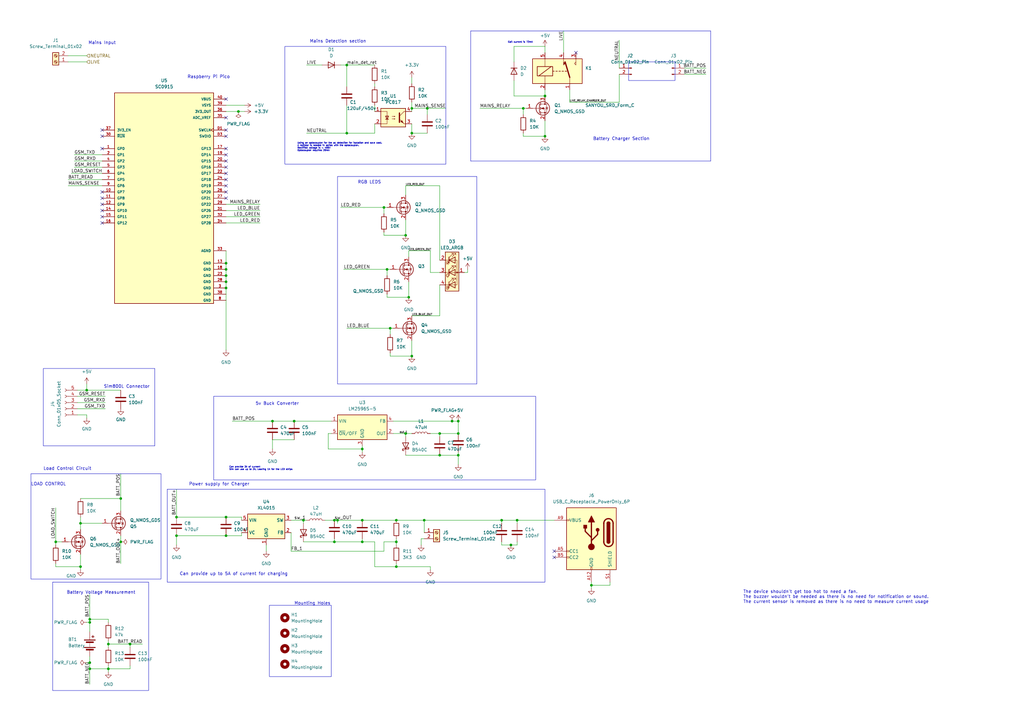
<source format=kicad_sch>
(kicad_sch (version 20230121) (generator eeschema)
  (paper "A3")
  (title_block (title "Stool Design") (date "2024-01-15") (company "PowerLabsTEch"))
  (junction (at 120.65 172.72))
  (junction (at 166.37 96.52))
  (junction (at 148.59 222.25))
  (junction (at 142.24 26.67))
  (junction (at 175.26 44.45))
  (junction (at 242.57 240.03))
  (junction (at 92.71 113.03))
  (junction (at 160.02 134.62))
  (junction (at 185.42 172.72))
  (junction (at 168.91 146.05))
  (junction (at 137.16 222.25))
  (junction (at 33.02 232.41))
  (junction (at 223.52 55.88))
  (junction (at 180.34 177.8))
  (junction (at 137.16 213.36))
  (junction (at 92.71 115.57))
  (junction (at 148.59 213.36))
  (junction (at 162.56 213.36))
  (junction (at 167.64 121.92))
  (junction (at 223.52 39.37))
  (junction (at 205.74 213.36))
  (junction (at 35.56 160.02))
  (junction (at 53.34 264.16))
  (junction (at 180.34 186.69))
  (junction (at 166.37 177.8))
  (junction (at 92.71 110.49))
  (junction (at 92.71 118.11))
  (junction (at 49.53 222.25))
  (junction (at 162.56 232.41))
  (junction (at 168.91 44.45))
  (junction (at 168.91 54.61))
  (junction (at 173.99 213.36))
  (junction (at 212.09 213.36))
  (junction (at 92.71 212.09))
  (junction (at 142.24 54.61))
  (junction (at 111.76 172.72))
  (junction (at 162.56 222.25))
  (junction (at 187.96 172.72))
  (junction (at 22.86 222.25))
  (junction (at 36.83 274.32))
  (junction (at 33.02 214.63))
  (junction (at 49.53 204.47))
  (junction (at 187.96 177.8))
  (junction (at 209.55 223.52))
  (junction (at 36.83 255.27))
  (junction (at 187.96 186.69))
  (junction (at 44.45 264.16))
  (junction (at 44.45 274.32))
  (junction (at 36.83 254))
  (junction (at 92.71 107.95))
  (junction (at 214.63 44.45))
  (junction (at 124.46 213.36))
  (junction (at 138.43 213.36))
  (junction (at 92.71 219.71))
  (junction (at 72.39 219.71))
  (junction (at 158.75 110.49))
  (junction (at 36.83 271.78))
  (junction (at 72.39 212.09))
  (junction (at 97.79 45.72))
  (junction (at 157.48 85.09))
  (junction (at 148.59 184.15))
  (no_connect (at 41.91 83.82))
  (no_connect (at 92.71 53.34))
  (no_connect (at 92.71 63.5))
  (no_connect (at 41.91 86.36))
  (no_connect (at 41.91 53.34))
  (no_connect (at 92.71 48.26))
  (no_connect (at 92.71 55.88))
  (no_connect (at 92.71 76.2))
  (no_connect (at 92.71 78.74))
  (no_connect (at 236.22 21.59))
  (no_connect (at 92.71 40.64))
  (no_connect (at 227.33 228.6))
  (no_connect (at 41.91 78.74))
  (no_connect (at 92.71 66.04))
  (no_connect (at 227.33 226.06))
  (no_connect (at 92.71 81.28))
  (no_connect (at 92.71 68.58))
  (no_connect (at 41.91 81.28))
  (no_connect (at 41.91 55.88))
  (no_connect (at 92.71 71.12))
  (no_connect (at 92.71 60.96))
  (no_connect (at 92.71 73.66))
  (no_connect (at 41.91 88.9))
  (no_connect (at 41.91 60.96))
  (no_connect (at 41.91 91.44))
  (wire (pts (xy 168.91 44.45) (xy 175.26 44.45)))
  (wire (pts (xy 214.63 44.45) (xy 214.63 46.99)))
  (wire (pts (xy 210.82 33.02) (xy 210.82 39.37)))
  (wire (pts (xy 157.48 226.06) (xy 157.48 222.25)))
  (wire (pts (xy 162.56 220.98) (xy 162.56 222.25)))
  (wire (pts (xy 157.48 222.25) (xy 162.56 222.25)))
  (wire (pts (xy 212.09 213.36) (xy 227.33 213.36)))
  (wire (pts (xy 214.63 55.88) (xy 223.52 55.88)))
  (wire (pts (xy 36.83 243.84) (xy 36.83 254)))
  (wire (pts (xy 33.02 227.33) (xy 33.02 232.41)))
  (polyline (pts (xy 193.04 66.04) (xy 291.465 66.04)))
  (wire (pts (xy 44.45 254) (xy 36.83 254)))
  (wire (pts (xy 36.83 254) (xy 36.83 255.27)))
  (wire (pts (xy 210.82 19.05) (xy 223.52 19.05)))
  (wire (pts (xy 124.46 213.36) (xy 125.73 213.36)))
  (wire (pts (xy 119.38 226.06) (xy 157.48 226.06)))
  (wire (pts (xy 92.71 107.95) (xy 92.71 110.49)))
  (wire (pts (xy 35.56 157.48) (xy 35.56 160.02)))
  (wire (pts (xy 162.56 213.36) (xy 173.99 213.36)))
  (wire (pts (xy 214.63 44.45) (xy 215.9 44.45)))
  (wire (pts (xy 92.71 91.44) (xy 106.68 91.44)))
  (wire (pts (xy 22.86 222.25) (xy 25.4 222.25)))
  (wire (pts (xy 212.09 213.36) (xy 212.09 214.63)))
  (wire (pts (xy 31.75 165.1) (xy 43.18 165.1)))
  (wire (pts (xy 160.02 144.78) (xy 160.02 146.05)))
  (wire (pts (xy 44.45 262.89) (xy 44.45 264.16)))
  (wire (pts (xy 242.57 240.03) (xy 242.57 241.3)))
  (wire (pts (xy 166.37 186.69) (xy 180.34 186.69)))
  (wire (pts (xy 172.72 223.52) (xy 172.72 220.98)))
  (wire (pts (xy 185.42 172.72) (xy 187.96 172.72)))
  (wire (pts (xy 142.24 54.61) (xy 153.67 54.61)))
  (wire (pts (xy 175.26 44.45) (xy 175.26 46.99)))
  (wire (pts (xy 36.83 274.32) (xy 44.45 274.32)))
  (wire (pts (xy 138.43 213.36) (xy 138.43 214.63)))
  (wire (pts (xy 72.39 219.71) (xy 92.71 219.71)))
  (wire (pts (xy 111.76 180.34) (xy 111.76 184.15)))
  (wire (pts (xy 166.37 177.8) (xy 166.37 179.07)))
  (wire (pts (xy 153.67 43.18) (xy 153.67 45.72)))
  (wire (pts (xy 142.24 43.18) (xy 142.24 54.61)))
  (wire (pts (xy 72.39 212.09) (xy 92.71 212.09)))
  (wire (pts (xy 53.34 264.16) (xy 53.34 265.43)))
  (wire (pts (xy 162.56 231.14) (xy 162.56 232.41)))
  (wire (pts (xy 162.56 232.41) (xy 153.67 232.41)))
  (wire (pts (xy 191.77 111.76) (xy 191.77 110.49)))
  (wire (pts (xy 27.94 22.86) (xy 35.56 22.86)))
  (wire (pts (xy 124.46 213.36) (xy 124.46 214.63)))
  (wire (pts (xy 168.91 129.54) (xy 180.34 129.54)))
  (wire (pts (xy 92.71 88.9) (xy 106.68 88.9)))
  (wire (pts (xy 153.67 34.29) (xy 153.67 35.56)))
  (wire (pts (xy 111.76 180.34) (xy 120.65 180.34)))
  (wire (pts (xy 158.75 110.49) (xy 160.02 110.49)))
  (wire (pts (xy 33.02 214.63) (xy 41.91 214.63)))
  (wire (pts (xy 205.74 214.63) (xy 205.74 213.36)))
  (wire (pts (xy 223.52 36.83) (xy 223.52 39.37)))
  (wire (pts (xy 92.71 113.03) (xy 92.71 115.57)))
  (wire (pts (xy 99.06 218.44) (xy 99.06 219.71)))
  (wire (pts (xy 168.91 54.61) (xy 175.26 54.61)))
  (wire (pts (xy 41.91 63.5) (xy 30.48 63.5)))
  (wire (pts (xy 157.48 85.09) (xy 157.48 87.63)))
  (wire (pts (xy 31.75 170.18) (xy 35.56 170.18)))
  (wire (pts (xy 187.96 185.42) (xy 187.96 186.69)))
  (wire (pts (xy 119.38 213.36) (xy 124.46 213.36)))
  (wire (pts (xy 95.25 172.72) (xy 111.76 172.72)))
  (wire (pts (xy 148.59 222.25) (xy 153.67 222.25)))
  (wire (pts (xy 167.64 102.87) (xy 176.53 102.87)))
  (wire (pts (xy 168.91 31.75) (xy 168.91 34.29)))
  (wire (pts (xy 44.45 275.59) (xy 44.45 274.32)))
  (wire (pts (xy 49.53 204.47) (xy 49.53 209.55)))
  (wire (pts (xy 166.37 90.17) (xy 166.37 96.52)))
  (wire (pts (xy 49.53 222.25) (xy 49.53 231.14)))
  (wire (pts (xy 97.79 45.72) (xy 92.71 45.72)))
  (wire (pts (xy 223.52 19.05) (xy 223.52 21.59)))
  (wire (pts (xy 142.24 134.62) (xy 160.02 134.62)))
  (wire (pts (xy 242.57 238.76) (xy 242.57 240.03)))
  (wire (pts (xy 176.53 232.41) (xy 176.53 233.68)))
  (wire (pts (xy 180.34 177.8) (xy 180.34 179.07)))
  (wire (pts (xy 44.45 254) (xy 44.45 255.27)))
  (wire (pts (xy 148.59 213.36) (xy 162.56 213.36)))
  (wire (pts (xy 187.96 172.72) (xy 187.96 177.8)))
  (wire (pts (xy 35.56 255.27) (xy 36.83 255.27)))
  (wire (pts (xy 53.34 273.05) (xy 53.34 274.32)))
  (wire (pts (xy 223.52 49.53) (xy 223.52 55.88)))
  (wire (pts (xy 153.67 50.8) (xy 153.67 54.61)))
  (wire (pts (xy 92.71 118.11) (xy 92.71 143.51)))
  (wire (pts (xy 180.34 177.8) (xy 187.96 177.8)))
  (wire (pts (xy 33.02 204.47) (xy 49.53 204.47)))
  (wire (pts (xy 250.19 238.76) (xy 250.19 240.03)))
  (wire (pts (xy 22.86 232.41) (xy 33.02 232.41)))
  (wire (pts (xy 196.85 44.45) (xy 214.63 44.45)))
  (wire (pts (xy 160.02 134.62) (xy 161.29 134.62)))
  (wire (pts (xy 92.71 219.71) (xy 99.06 219.71)))
  (wire (pts (xy 212.09 222.25) (xy 212.09 223.52)))
  (wire (pts (xy 53.34 264.16) (xy 44.45 264.16)))
  (wire (pts (xy 210.82 39.37) (xy 223.52 39.37)))
  (wire (pts (xy 111.76 172.72) (xy 120.65 172.72)))
  (wire (pts (xy 250.19 240.03) (xy 242.57 240.03)))
  (wire (pts (xy 41.91 71.12) (xy 29.21 71.12)))
  (wire (pts (xy 33.02 217.17) (xy 33.02 214.63)))
  (wire (pts (xy 168.91 139.7) (xy 168.91 146.05)))
  (wire (pts (xy 160.02 146.05) (xy 168.91 146.05)))
  (wire (pts (xy 119.38 218.44) (xy 119.38 226.06)))
  (wire (pts (xy 175.26 44.45) (xy 182.88 44.45)))
  (wire (pts (xy 167.64 115.57) (xy 167.64 121.92)))
  (wire (pts (xy 58.42 264.16) (xy 53.34 264.16)))
  (polyline (pts (xy 193.04 12.7) (xy 193.04 66.04)))
  (wire (pts (xy 205.74 213.36) (xy 212.09 213.36)))
  (wire (pts (xy 167.64 105.41) (xy 167.64 102.87)))
  (wire (pts (xy 140.97 110.49) (xy 158.75 110.49)))
  (wire (pts (xy 92.71 110.49) (xy 92.71 113.03)))
  (wire (pts (xy 135.89 177.8) (xy 134.62 177.8)))
  (wire (pts (xy 166.37 177.8) (xy 168.91 177.8)))
  (wire (pts (xy 125.73 54.61) (xy 142.24 54.61)))
  (wire (pts (xy 92.71 83.82) (xy 106.68 83.82)))
  (wire (pts (xy 92.71 43.18) (xy 100.33 43.18)))
  (wire (pts (xy 148.59 182.88) (xy 148.59 184.15)))
  (wire (pts (xy 161.29 172.72) (xy 185.42 172.72)))
  (wire (pts (xy 158.75 110.49) (xy 158.75 113.03)))
  (wire (pts (xy 173.99 213.36) (xy 173.99 218.44)))
  (wire (pts (xy 33.02 212.09) (xy 33.02 214.63)))
  (wire (pts (xy 158.75 121.92) (xy 167.64 121.92)))
  (wire (pts (xy 168.91 44.45) (xy 168.91 45.72)))
  (wire (pts (xy 148.59 222.25) (xy 148.59 220.98)))
  (wire (pts (xy 173.99 213.36) (xy 205.74 213.36)))
  (wire (pts (xy 92.71 115.57) (xy 92.71 118.11)))
  (wire (pts (xy 142.24 26.67) (xy 153.67 26.67)))
  (wire (pts (xy 31.75 162.56) (xy 43.18 162.56)))
  (wire (pts (xy 180.34 116.84) (xy 180.34 129.54)))
  (wire (pts (xy 27.94 76.2) (xy 41.91 76.2)))
  (wire (pts (xy 35.56 170.18) (xy 35.56 171.45)))
  (wire (pts (xy 92.71 212.09) (xy 99.06 212.09)))
  (wire (pts (xy 166.37 76.2) (xy 180.34 76.2)))
  (wire (pts (xy 160.02 134.62) (xy 160.02 137.16)))
  (wire (pts (xy 36.83 274.32) (xy 36.83 280.67)))
  (wire (pts (xy 231.14 21.59) (xy 231.14 12.7)))
  (wire (pts (xy 49.53 194.31) (xy 49.53 204.47)))
  (wire (pts (xy 41.91 73.66) (xy 27.94 73.66)))
  (wire (pts (xy 233.68 41.91) (xy 254 41.91)))
  (wire (pts (xy 139.7 26.67) (xy 142.24 26.67)))
  (wire (pts (xy 36.83 255.27) (xy 36.83 259.08)))
  (wire (pts (xy 254 16.51) (xy 254 27.94)))
  (wire (pts (xy 133.35 213.36) (xy 137.16 213.36)))
  (wire (pts (xy 49.53 160.02) (xy 35.56 160.02)))
  (wire (pts (xy 210.82 25.4) (xy 210.82 19.05)))
  (wire (pts (xy 153.67 232.41) (xy 153.67 222.25)))
  (wire (pts (xy 172.72 220.98) (xy 173.99 220.98)))
  (wire (pts (xy 157.48 95.25) (xy 157.48 96.52)))
  (wire (pts (xy 36.83 269.24) (xy 36.83 271.78)))
  (wire (pts (xy 205.74 223.52) (xy 209.55 223.52)))
  (wire (pts (xy 137.16 222.25) (xy 148.59 222.25)))
  (wire (pts (xy 280.67 27.94) (xy 289.56 27.94)))
  (wire (pts (xy 166.37 80.01) (xy 166.37 76.2)))
  (wire (pts (xy 190.5 111.76) (xy 191.77 111.76)))
  (wire (pts (xy 99.06 213.36) (xy 99.06 212.09)))
  (wire (pts (xy 92.71 102.87) (xy 92.71 107.95)))
  (wire (pts (xy 157.48 96.52) (xy 166.37 96.52)))
  (wire (pts (xy 125.73 26.67) (xy 132.08 26.67)))
  (wire (pts (xy 139.7 85.09) (xy 157.48 85.09)))
  (wire (pts (xy 31.75 167.64) (xy 43.18 167.64)))
  (wire (pts (xy 161.29 177.8) (xy 166.37 177.8)))
  (wire (pts (xy 205.74 222.25) (xy 205.74 223.52)))
  (wire (pts (xy 187.96 186.69) (xy 187.96 190.5)))
  (wire (pts (xy 142.24 26.67) (xy 142.24 35.56)))
  (wire (pts (xy 92.71 86.36) (xy 106.68 86.36)))
  (wire (pts (xy 124.46 222.25) (xy 137.16 222.25)))
  (wire (pts (xy 148.59 184.15) (xy 148.59 185.42)))
  (wire (pts (xy 168.91 50.8) (xy 168.91 54.61)))
  (wire (pts (xy 31.75 160.02) (xy 35.56 160.02)))
  (polyline (pts (xy 291.465 66.04) (xy 291.465 12.7)))
  (wire (pts (xy 134.62 177.8) (xy 134.62 184.15)))
  (wire (pts (xy 44.45 264.16) (xy 44.45 265.43)))
  (wire (pts (xy 180.34 106.68) (xy 180.34 76.2)))
  (wire (pts (xy 214.63 54.61) (xy 214.63 55.88)))
  (wire (pts (xy 233.68 36.83) (xy 233.68 41.91)))
  (wire (pts (xy 35.56 271.78) (xy 36.83 271.78)))
  (wire (pts (xy 22.86 208.28) (xy 22.86 222.25)))
  (wire (pts (xy 157.48 85.09) (xy 158.75 85.09)))
  (wire (pts (xy 176.53 111.76) (xy 180.34 111.76)))
  (wire (pts (xy 176.53 102.87) (xy 176.53 111.76)))
  (wire (pts (xy 49.53 219.71) (xy 49.53 222.25)))
  (wire (pts (xy 168.91 41.91) (xy 168.91 44.45)))
  (wire (pts (xy 44.45 273.05) (xy 44.45 274.32)))
  (wire (pts (xy 280.67 30.48) (xy 289.56 30.48)))
  (wire (pts (xy 72.39 223.52) (xy 72.39 219.71)))
  (wire (pts (xy 176.53 177.8) (xy 180.34 177.8)))
  (wire (pts (xy 41.91 66.04) (xy 30.48 66.04)))
  (wire (pts (xy 137.16 222.25) (xy 137.16 220.98)))
  (wire (pts (xy 212.09 223.52) (xy 209.55 223.52)))
  (wire (pts (xy 162.56 232.41) (xy 176.53 232.41)))
  (wire (pts (xy 53.34 274.32) (xy 44.45 274.32)))
  (wire (pts (xy 22.86 222.25) (xy 22.86 223.52)))
  (wire (pts (xy 137.16 213.36) (xy 138.43 213.36)))
  (wire (pts (xy 97.79 45.72) (xy 100.33 45.72)))
  (wire (pts (xy 162.56 222.25) (xy 162.56 223.52)))
  (wire (pts (xy 72.39 200.66) (xy 72.39 212.09)))
  (wire (pts (xy 109.22 223.52) (xy 109.22 226.06)))
  (polyline (pts (xy 193.04 12.7) (xy 291.465 12.7)))
  (wire (pts (xy 120.65 172.72) (xy 135.89 172.72)))
  (wire (pts (xy 33.02 232.41) (xy 33.02 233.68)))
  (wire (pts (xy 158.75 120.65) (xy 158.75 121.92)))
  (wire (pts (xy 27.94 25.4) (xy 35.56 25.4)))
  (wire (pts (xy 254 41.91) (xy 254 30.48)))
  (wire (pts (xy 180.34 186.69) (xy 187.96 186.69)))
  (wire (pts (xy 22.86 231.14) (xy 22.86 232.41)))
  (wire (pts (xy 138.43 213.36) (xy 148.59 213.36)))
  (wire (pts (xy 134.62 184.15) (xy 148.59 184.15)))
  (wire (pts (xy 36.83 271.78) (xy 36.83 274.32)))
  (wire (pts (xy 41.91 68.58) (xy 30.48 68.58)))
  (rectangle (start 110.49 248.285) (end 135.89 277.495))
  (rectangle (start 68.58 200.66) (end 223.52 238.76))
  (rectangle (start 87.63 162.56) (end 219.71 196.85))
  (rectangle (start 257.81 25.4) (end 276.86 33.02))
  (rectangle (start 138.43 72.39) (end 195.58 157.48))
  (rectangle (start 116.84 19.05) (end 182.88 67.31))
  (rectangle (start 17.78 151.13) (end 63.5 182.88))
  (rectangle (start 12.7 194.31) (end 66.04 237.49))
  (rectangle (start 21.59 238.76) (end 60.96 283.21))
  (text "Coil current is 72mA" (at 208.28 17.78 0) (effects (font (size 0.635 0.635)) (justify left bottom)))
  (text "LOAD CONTROL" (at 12.7 199.39 0) (effects (font (size 1.27 1.27)) (justify left bottom)))
  (text "5v Buck Converter" (at 104.775 166.37 0) (effects (font (size 1.27 1.27)) (justify left bottom)))
  (text "Mounting Holes" (at 120.65 248.285 0) (effects (font (size 1.27 1.27)) (justify left bottom)))
  (text "Mains Detection section" (at 127 17.78 0) (effects (font (size 1.27 1.27)) (justify left bottom)))
  (text "Using an optocoupler for the ac detection for isolation and save cost.\nA resistor is needed in series with the optocoupler.\nRectified voltage is < 400V\nOptocoupler requires 20mA" (at 121.92 62.23 0) (effects (font (size 0.635 0.635)) (justify left bottom)))
  (text "Battery Charger Section" (at 243.205 57.785 0) (effects (font (size 1.27 1.27)) (justify left bottom)))
  (text "Load Control Circuit" (at 17.78 193.04 0) (effects (font (size 1.27 1.27)) (justify left bottom)))
  (text "Can provide 3A of current \nSim can use up to 2A, Leaving 1A for the LED strips" (at 93.98 193.04 0) (effects (font (size 0.635 0.635)) (justify left bottom)))
  (text "RGB LEDS" (at 146.685 75.565 0) (effects (font (size 1.27 1.27)) (justify left bottom)))
  (text "Mains Input" (at 36.195 18.415 0) (effects (font (size 1.27 1.27)) (justify left bottom)))
  (text "Raspberry Pi Pico" (at 76.835 32.385 0) (effects (font (size 1.27 1.27)) (justify left bottom)))
  (text "Sim800L Connector" (at 42.545 159.385 0) (effects (font (size 1.27 1.27)) (justify left bottom)))
  (text "The device shouldn't get too hot to need a fan.\nThe buzzer wouldn't be needed as there is no need for notification or sound.\nThe current sensor is removed as there is no need to measure current usage" (at 304.8 247.65 0) (effects (font (size 1.27 1.27)) (justify left bottom)))
  (text "Power supply for Charger" (at 77.47 199.39 0) (effects (font (size 1.27 1.27)) (justify left bottom)))
  (text "Can provide up to 5A of current for charging" (at 73.66 236.22 0) (effects (font (size 1.27 1.27)) (justify left bottom)))
  (text "Battery Voltage Measurement" (at 27.305 243.84 0) (effects (font (size 1.27 1.27)) (justify left bottom)))
  (label "MAINS_RELAY" (at 196.85 44.45 0))
  (label "LED_GREEN_OUT" (at 167.64 102.87 0) (effects (font (size 0.762 0.762))))
  (label "NEUTRAL" (at 254 16.51 270))
  (label "LED_BLUE" (at 106.68 86.36 180))
  (label "FB_1" (at 119.38 226.06 0))
  (label "GSM_TXD" (at 43.18 167.64 180))
  (label "BATT_READ" (at 58.42 264.16 180))
  (label "GSM_RESET" (at 43.18 162.56 180))
  (label "LIVE_RELAY_CHARGER_OUT" (at 233.68 41.91 0) (effects (font (size 0.762 0.762))))
  (label "BATT_OUT+" (at 72.39 200.66 270))
  (label "GSM_RXD" (at 30.48 66.04 0))
  (label "out_1" (at 163.83 177.8 0) (effects (font (size 0.762 0.762))))
  (label "BATT_NEG" (at 36.83 280.67 90))
  (label "BATT_OUT+" (at 49.53 231.14 90))
  (label "NEUTRAL" (at 125.73 54.61 0))
  (label "sw_1" (at 120.65 213.36 0))
  (label "BATT_POS" (at 95.25 172.72 0))
  (label "BATT_READ" (at 27.94 73.66 0))
  (label "GSM_TXD" (at 30.48 63.5 0))
  (label "sw_OUT" (at 137.16 213.36 0))
  (label "LOAD_SWITCH" (at 29.21 71.12 0))
  (label "LED_RED_OUT" (at 166.37 76.2 0) (effects (font (size 0.762 0.762))))
  (label "main_det_ret" (at 142.24 26.67 0))
  (label "BATT_POS" (at 289.56 27.94 180))
  (label "BATT_NEG" (at 289.56 30.48 180))
  (label "LED_BLUE" (at 142.24 134.62 0))
  (label "LED_GREEN" (at 140.97 110.49 0))
  (label "LOAD_SWITCH" (at 22.86 208.28 270))
  (label "MAINS_SENSE" (at 182.88 44.45 180))
  (label "LED_BLUE_OUT" (at 168.91 129.54 0) (effects (font (size 0.762 0.762))))
  (label "BATT_POS" (at 49.53 194.31 270))
  (label "GSM_RXD" (at 43.18 165.1 180))
  (label "MAINS_SENSE" (at 27.94 76.2 0))
  (label "LED_RED" (at 139.7 85.09 0))
  (label "MAINS_RELAY" (at 106.68 83.82 180))
  (label "GSM_RESET" (at 30.48 68.58 0))
  (label "LIVE" (at 231.14 12.7 270))
  (label "LIVE" (at 125.73 26.67 0))
  (label "BATT_POS" (at 36.83 243.84 270))
  (label "LED_GREEN" (at 106.68 88.9 180))
  (label "LED_RED" (at 106.68 91.44 180))
  (hierarchical_label "LIVE" (shape input) (at 35.56 25.4 0))
  (hierarchical_label "NEUTRAL" (shape input) (at 35.56 22.86 0))
  (symbol (lib_id "power:GND") (at 49.53 167.64 0) (unit 1)
    (property "Reference" "#PWR013" (effects hide))
    (property "Value" "GND" (at 49.53 172.085 0))
  )
  (symbol (lib_id "power:+5V") (at 187.96 172.72 0) (unit 1)
    (property "Reference" "#PWR015" (effects hide))
    (property "Value" "+5V" (at 187.96 168.275 0))
  )
  (symbol (lib_id "power:GND") (at 209.55 223.52 0) (unit 1)
    (property "Reference" "#PWR026" (effects hide))
    (property "Value" "GND" (at 209.55 228.6 0))
  )
  (symbol (lib_id "Device:R") (at 158.75 116.84 0) (unit 1)
    (property "Reference" "R6" (at 161.29 115.57 0) (effects (justify left)))
    (property "Value" "10K" (at 161.29 118.11 0) (effects (justify left)))
    (property "Footprint" "Resistor_SMD:R_0603_1608Metric" (effects hide))
    (property "Datasheet" "https://datasheet.lcsc.com/lcsc/2206010045_UNI-ROYAL-Uniroyal-Elec-0603WAF1002T5E_C25804.pdf" (effects hide))
    (property "Manufacturer_Part_Number" "0603WAF1002T5E" (effects hide))
    (property "Manufacturer_Name" "UNI-ROYAL(Uniroyal Elec)" (effects hide))
    (property "LCSC_Part_Number" "C25804" (effects hide))
  )
  (symbol (lib_id "Regulator_Switching:LM2596S-5") (at 148.59 175.26 0) (unit 1)
    (property "Reference" "U3" (at 148.59 165.1 0))
    (property "Value" "LM2596S-5" (at 148.59 167.64 0))
    (property "Footprint" "Package_TO_SOT_SMD:TO-263-5_TabPin3" (effects hide))
    (property "Datasheet" "http://www.ti.com/lit/ds/symlink/lm2596.pdf" (effects hide))
    (property "Manufacturer_Part_Number" "LM2596S-5.0RG" (effects hide))
    (property "Manufacturer_Name" "HANSCHIP semiconductor" (effects hide))
    (property "LCSC_Part_Number" "C5157156" (effects hide))
  )
  (symbol (lib_id "Device:R") (at 157.48 91.44 0) (unit 1)
    (property "Reference" "R5" (at 160.02 90.17 0) (effects (justify left)))
    (property "Value" "10K" (at 160.02 92.71 0) (effects (justify left)))
    (property "Footprint" "Resistor_SMD:R_0603_1608Metric" (effects hide))
    (property "Datasheet" "https://datasheet.lcsc.com/lcsc/2206010045_UNI-ROYAL-Uniroyal-Elec-0603WAF1002T5E_C25804.pdf" (effects hide))
    (property "Manufacturer_Part_Number" "0603WAF1002T5E" (effects hide))
    (property "Manufacturer_Name" "UNI-ROYAL(Uniroyal Elec)" (effects hide))
    (property "LCSC_Part_Number" "C25804" (effects hide))
  )
  (symbol (lib_id "Device:R") (at 22.86 227.33 0) (unit 1)
    (property "Reference" "R10" (at 25.4 226.06 0) (effects (justify left)))
    (property "Value" "10K" (at 25.4 228.6 0) (effects (justify left)))
    (property "Footprint" "Resistor_SMD:R_0603_1608Metric" (effects hide))
    (property "Datasheet" "https://datasheet.lcsc.com/lcsc/2206010045_UNI-ROYAL-Uniroyal-Elec-0603WAF1002T5E_C25804.pdf" (effects hide))
    (property "Manufacturer_Part_Number" "0603WAF1002T5E" (effects hide))
    (property "Manufacturer_Name" "UNI-ROYAL(Uniroyal Elec)" (effects hide))
    (property "LCSC_Part_Number" "C25804" (effects hide))
  )
  (symbol (lib_id "Connector:Screw_Terminal_01x02") (at 22.86 25.4 180) (unit 1)
    (property "Reference" "J1" (at 22.86 16.51 0))
    (property "Value" "Screw_Terminal_01x02" (at 22.86 19.05 0))
    (property "Footprint" "TerminalBlock_Phoenix:TerminalBlock_Phoenix_MKDS-1,5-2-5.08_1x02_P5.08mm_Horizontal" (effects hide))
  )
  (symbol (lib_id "Device:C") (at 180.34 182.88 0) (unit 1)
    (property "Reference" "C7" (at 183.515 181.61 0) (effects (justify left)))
    (property "Value" "470uF" (at 183.515 184.15 0) (effects (justify left)))
    (property "Footprint" "Capacitor_SMD:CP_Elec_6.3x7.7" (effects hide))
    (property "Datasheet" "https://datasheet.lcsc.com/lcsc/2304140030_ROQANG-RVT1A471M0607_C335982.pdf" (effects hide))
    (property "Manufacturer_Part_Number" "RVT1A471M0607" (effects hide))
    (property "Manufacturer_Name" "ROQANG" (effects hide))
    (property "LCSC_Part_Number" "C335982" (effects hide))
  )
  (symbol (lib_id "power:GND") (at 172.72 223.52 0) (unit 1)
    (property "Reference" "#PWR019" (effects hide))
    (property "Value" "GND" (at 172.72 228.6 0))
  )
  (symbol (lib_id "Device:D") (at 135.89 26.67 0) (mirror y) (unit 1)
    (property "Reference" "D1" (at 135.89 20.32 0))
    (property "Value" "D" (at 135.89 22.86 0))
    (property "Footprint" "Diode_SMD:D_SMA" (effects hide))
    (property "Datasheet" "https://datasheet.lcsc.com/lcsc/2208051800_JUXING-S2MF_C5125722.pdf" (effects hide))
    (property "Sim.Device" "D" (effects hide))
    (property "Sim.Pins" "1=K 2=A" (effects hide))
    (property "Manufacturer_Part_Number" " S2MF" (effects hide))
    (property "Manufacturer_Name" " JUXING" (effects hide))
    (property "LCSC_Part_Number" "C5125722" (effects hide))
  )
  (symbol (lib_id "power:GND") (at 92.71 143.51 0) (unit 1)
    (property "Reference" "#PWR010" (effects hide))
    (property "Value" "GND" (at 92.71 148.59 0))
  )
  (symbol (lib_id "Connector:USB_C_Receptacle_PowerOnly_6P") (at 242.57 220.98 0) (mirror y) (unit 1)
    (property "Reference" "J6" (at 242.57 203.2 0))
    (property "Value" "USB_C_Receptacle_PowerOnly_6P" (at 242.57 205.74 0))
    (property "Footprint" "Connector_USB:USB_C_Receptacle_GCT_USB4125-xx-x_6P_TopMnt_Horizontal" (effects hide))
    (property "Datasheet" "https://datasheet.lcsc.com/lcsc/2012031006_SHOU-HAN-TYPE-C-6P_C456012.pdf" (effects hide))
    (property "Manufacturer_Part_Number" "TYPE-C 6P" (effects hide))
    (property "Manufacturer_Name" " SHOU HAN" (effects hide))
    (property "LCSC_Part_Number" " C456012" (effects hide))
  )
  (symbol (lib_id "Device:C") (at 53.34 269.24 0) (unit 1)
    (property "Reference" "C13" (at 56.515 267.97 0) (effects (justify left)))
    (property "Value" "100nF" (at 56.515 270.51 0) (effects (justify left)))
    (property "Footprint" "Capacitor_SMD:C_0603_1608Metric" (effects hide))
    (property "Datasheet" "https://datasheet.lcsc.com/lcsc/2211101700_YAGEO-CC0603KRX7R9BB104_C14663.pdf" (effects hide))
    (property "Manufacturer_Part_Number" "CC0603KRX7R9BB104" (effects hide))
    (property "Manufacturer_Name" "YAGEO" (effects hide))
    (property "LCSC_Part_Number" "C14663" (effects hide))
  )
  (symbol (lib_id "power:PWR_FLAG") (at 185.42 172.72 0) (unit 1)
    (property "Reference" "#FLG02" (effects hide))
    (property "Value" "PWR_FLAG" (at 181.61 168.275 0))
  )
  (symbol (lib_id "Device:C") (at 212.09 218.44 0) (unit 1)
    (property "Reference" "C14" (at 215.265 217.17 0) (effects (justify left)))
    (property "Value" "100nF" (at 215.265 219.71 0) (effects (justify left)))
    (property "Footprint" "Capacitor_SMD:C_0603_1608Metric" (effects hide))
    (property "Datasheet" "https://datasheet.lcsc.com/lcsc/2211101700_YAGEO-CC0603KRX7R9BB104_C14663.pdf" (effects hide))
    (property "Manufacturer_Part_Number" "CC0603KRX7R9BB104" (effects hide))
    (property "Manufacturer_Name" "YAGEO" (effects hide))
    (property "LCSC_Part_Number" "C14663" (effects hide))
  )
  (symbol (lib_id "Device:C") (at 120.65 176.53 0) (unit 1)
    (property "Reference" "C5" (at 123.825 175.26 0) (effects (justify left)))
    (property "Value" "100nF" (at 123.825 177.8 0) (effects (justify left)))
    (property "Footprint" "Capacitor_SMD:C_0603_1608Metric" (effects hide))
    (property "Datasheet" "https://datasheet.lcsc.com/lcsc/2211101700_YAGEO-CC0603KRX7R9BB104_C14663.pdf" (effects hide))
    (property "Manufacturer_Part_Number" "CC0603KRX7R9BB104" (effects hide))
    (property "Manufacturer_Name" "YAGEO" (effects hide))
    (property "LCSC_Part_Number" "C14663" (effects hide))
  )
  (symbol (lib_id "Device:C") (at 142.24 39.37 0) (unit 1)
    (property "Reference" "C1" (at 143.51 41.91 0) (effects (justify left)))
    (property "Value" "120uF/450v" (at 142.24 44.45 0) (effects (justify left)))
    (property "Footprint" "Capacitor_THT:CP_Radial_D18.0mm_P7.50mm" (effects hide))
    (property "Datasheet" "https://datasheet.lcsc.com/lcsc/2302101109_Yunxing-EG22WM121M36OTMO_C2841497.pdf" (effects hide))
    (property "Manufacturer_Part_Number" "EG22WM121M36OTMO" (effects hide))
    (property "Manufacturer_Name" "Yunxing" (effects hide))
    (property "LCSC_Part_Number" "C2841497" (effects hide))
  )
  (symbol (lib_id "power:GND") (at 72.39 223.52 0) (unit 1)
    (property "Reference" "#PWR020" (effects hide))
    (property "Value" "GND" (at 72.39 228.6 0))
  )
  (symbol (lib_id "power:GND") (at 109.22 226.06 0) (unit 1)
    (property "Reference" "#PWR021" (effects hide))
    (property "Value" "GND" (at 109.22 231.14 0))
  )
  (symbol (lib_id "power:PWR_FLAG") (at 97.79 45.72 0) (mirror x) (unit 1)
    (property "Reference" "#FLG01" (effects hide))
    (property "Value" "PWR_FLAG" (at 97.79 50.8 0))
  )
  (symbol (lib_id "Device:C") (at 72.39 215.9 0) (unit 1)
    (property "Reference" "C8" (at 75.565 214.63 0) (effects (justify left)))
    (property "Value" "470uF" (at 75.565 217.17 0) (effects (justify left)))
    (property "Footprint" "Capacitor_SMD:CP_Elec_6.3x7.7" (effects hide))
    (property "Datasheet" "https://datasheet.lcsc.com/lcsc/2304140030_ROQANG-RVT1A471M0607_C335982.pdf" (effects hide))
    (property "Manufacturer_Part_Number" "RVT1A471M0607" (effects hide))
    (property "Manufacturer_Name" "ROQANG" (effects hide))
    (property "LCSC_Part_Number" "C335982" (effects hide))
  )
  (symbol (lib_id "power:GND") (at 44.45 275.59 0) (unit 1)
    (property "Reference" "#PWR024" (effects hide))
    (property "Value" "GND" (at 44.45 280.67 0))
  )
  (symbol (lib_id "Device:Q_NMOS_GSD") (at 163.83 85.09 0) (unit 1)
    (property "Reference" "Q2" (at 170.18 83.82 0) (effects (justify left)))
    (property "Value" "Q_NMOS_GSD" (at 170.18 86.36 0) (effects (justify left)))
    (property "Footprint" "Package_TO_SOT_SMD:SOT-23" (effects hide))
    (property "Datasheet" "https://datasheet.lcsc.com/lcsc/2204261715_NATLINEAR-NP2302FVR-J-G_C2991117.pdf" (effects hide))
    (property "Manufacturer_Part_Number" "NP2302FVR-J-G" (effects hide))
    (property "Manufacturer_Name" "NATLINEAR" (effects hide))
    (property "LCSC_Part_Number" "C2991117" (effects hide))
  )
  (symbol (lib_id "Device:C") (at 187.96 181.61 0) (unit 1)
    (property "Reference" "C6" (at 191.135 180.34 0) (effects (justify left)))
    (property "Value" "100nF" (at 191.135 182.88 0) (effects (justify left)))
    (property "Footprint" "Capacitor_SMD:C_0603_1608Metric" (effects hide))
    (property "Datasheet" "https://datasheet.lcsc.com/lcsc/2211101700_YAGEO-CC0603KRX7R9BB104_C14663.pdf" (effects hide))
    (property "Manufacturer_Part_Number" "CC0603KRX7R9BB104" (effects hide))
    (property "Manufacturer_Name" "YAGEO" (effects hide))
    (property "LCSC_Part_Number" "C14663" (effects hide))
  )
  (symbol (lib_id "Mechanical:MountingHole") (at 116.84 266.065 0) (unit 1)
    (property "Reference" "H3" (at 119.38 264.7949 0) (effects (justify left)))
    (property "Value" "MountingHole" (at 119.38 267.3349 0) (effects (justify left)))
    (property "Footprint" "MountingHole:MountingHole_2.2mm_M2" (effects hide))
  )
  (symbol (lib_id "power:+5V") (at 191.77 110.49 0) (unit 1)
    (property "Reference" "#PWR08" (effects hide))
    (property "Value" "+5V" (at 191.77 106.045 0))
  )
  (symbol (lib_id "Device:R") (at 33.02 208.28 0) (unit 1)
    (property "Reference" "R8" (at 35.56 207.01 0) (effects (justify left)))
    (property "Value" "10K" (at 35.56 209.55 0) (effects (justify left)))
    (property "Footprint" "Resistor_SMD:R_0603_1608Metric" (effects hide))
    (property "Datasheet" "https://datasheet.lcsc.com/lcsc/2206010045_UNI-ROYAL-Uniroyal-Elec-0603WAF1002T5E_C25804.pdf" (effects hide))
    (property "Manufacturer_Part_Number" "0603WAF1002T5E" (effects hide))
    (property "Manufacturer_Name" "UNI-ROYAL(Uniroyal Elec)" (effects hide))
    (property "LCSC_Part_Number" "C25804" (effects hide))
  )
  (symbol (lib_id "Device:C") (at 148.59 217.17 0) (unit 1)
    (property "Reference" "C11" (at 151.765 215.9 0) (effects (justify left)))
    (property "Value" "470uF" (at 151.765 218.44 0) (effects (justify left)))
    (property "Footprint" "Capacitor_SMD:CP_Elec_6.3x7.7" (effects hide))
    (property "Datasheet" "https://datasheet.lcsc.com/lcsc/2304140030_ROQANG-RVT1A471M0607_C335982.pdf" (effects hide))
    (property "Manufacturer_Part_Number" "RVT1A471M0607" (effects hide))
    (property "Manufacturer_Name" "ROQANG" (effects hide))
    (property "LCSC_Part_Number" "C335982" (effects hide))
  )
  (symbol (lib_id "power:+5V") (at 223.52 19.05 0) (unit 1)
    (property "Reference" "#PWR01" (effects hide))
    (property "Value" "+5V" (at 223.52 14.605 0))
  )
  (symbol (lib_id "Device:C") (at 92.71 215.9 0) (unit 1)
    (property "Reference" "C9" (at 95.885 214.63 0) (effects (justify left)))
    (property "Value" "100nF" (at 95.885 217.17 0) (effects (justify left)))
    (property "Footprint" "Capacitor_SMD:C_0603_1608Metric" (effects hide))
    (property "Datasheet" "https://datasheet.lcsc.com/lcsc/2211101700_YAGEO-CC0603KRX7R9BB104_C14663.pdf" (effects hide))
    (property "Manufacturer_Part_Number" "CC0603KRX7R9BB104" (effects hide))
    (property "Manufacturer_Name" "YAGEO" (effects hide))
    (property "LCSC_Part_Number" "C14663" (effects hide))
  )
  (symbol (lib_id "power:GND") (at 33.02 233.68 0) (unit 1)
    (property "Reference" "#PWR022" (effects hide))
    (property "Value" "GND" (at 29.21 236.22 0))
  )
  (symbol (lib_id "power:+3.3V") (at 168.91 31.75 0) (unit 1)
    (property "Reference" "#PWR02" (effects hide))
    (property "Value" "+3.3V" (at 168.91 26.67 0))
  )
  (symbol (lib_id "Device:Q_NMOS_GSD") (at 166.37 134.62 0) (unit 1)
    (property "Reference" "Q4" (at 172.72 133.35 0) (effects (justify left)))
    (property "Value" "Q_NMOS_GSD" (at 172.72 135.89 0) (effects (justify left)))
    (property "Footprint" "Package_TO_SOT_SMD:SOT-23" (effects hide))
    (property "Datasheet" "https://datasheet.lcsc.com/lcsc/2204261715_NATLINEAR-NP2302FVR-J-G_C2991117.pdf" (effects hide))
    (property "Manufacturer_Part_Number" "NP2302FVR-J-G" (effects hide))
    (property "Manufacturer_Name" "NATLINEAR" (effects hide))
    (property "LCSC_Part_Number" "C2991117" (effects hide))
  )
  (symbol (lib_id "power:PWR_FLAG") (at 49.53 222.25 270) (unit 1)
    (property "Reference" "#FLG03" (effects hide))
    (property "Value" "PWR_FLAG" (at 53.34 222.25 90) (effects (justify left)))
  )
  (symbol (lib_id "power:GND") (at 223.52 55.88 0) (unit 1)
    (property "Reference" "#PWR06" (effects hide))
    (property "Value" "GND" (at 223.52 60.96 0))
  )
  (symbol (lib_id "power:GND") (at 167.64 121.92 0) (unit 1)
    (property "Reference" "#PWR09" (effects hide))
    (property "Value" "GND" (at 167.64 127 0))
  )
  (symbol (lib_id "power:GND") (at 176.53 233.68 0) (unit 1)
    (property "Reference" "#PWR023" (effects hide))
    (property "Value" "GND" (at 176.53 238.76 0))
  )
  (symbol (lib_id "power:+3.3V") (at 100.33 45.72 270) (unit 1)
    (property "Reference" "#PWR04" (effects hide))
    (property "Value" "+3.3V" (at 104.14 45.72 90) (effects (justify left)))
  )
  (symbol (lib_id "Device:R") (at 162.56 227.33 0) (unit 1)
    (property "Reference" "R11" (at 165.1 226.06 0) (effects (justify left)))
    (property "Value" "3K3" (at 165.1 228.6 0) (effects (justify left)))
    (property "Footprint" "Resistor_SMD:R_0603_1608Metric" (effects hide))
    (property "Datasheet" "https://datasheet.lcsc.com/lcsc/2308241947_FOJAN-FRC0603J332-TS_C2907140.pdf" (effects hide))
    (property "Manufacturer_Part_Number" "FRC0603J332 TS" (effects hide))
    (property "Manufacturer_Name" "FOJAN" (effects hide))
    (property "LCSC_Part_Number" "C2907140" (effects hide))
  )
  (symbol (lib_id "Device:R") (at 162.56 217.17 0) (unit 1)
    (property "Reference" "R9" (at 165.1 215.9 0) (effects (justify left)))
    (property "Value" "10K" (at 165.1 218.44 0) (effects (justify left)))
    (property "Footprint" "Resistor_SMD:R_0603_1608Metric" (effects hide))
    (property "Datasheet" "https://datasheet.lcsc.com/lcsc/2206010045_UNI-ROYAL-Uniroyal-Elec-0603WAF1002T5E_C25804.pdf" (effects hide))
    (property "Manufacturer_Part_Number" "0603WAF1002T5E" (effects hide))
    (property "Manufacturer_Name" "UNI-ROYAL(Uniroyal Elec)" (effects hide))
    (property "LCSC_Part_Number" "C25804" (effects hide))
  )
  (symbol (lib_id "Device:Q_NMOS_GSD") (at 30.48 222.25 0) (unit 1)
    (property "Reference" "Q6" (at 36.83 220.98 0) (effects (justify left)))
    (property "Value" "Q_NMOS_GSD" (at 36.83 223.52 0) (effects (justify left)))
    (property "Footprint" "Package_TO_SOT_SMD:SOT-23" (effects hide))
    (property "Datasheet" "https://datasheet.lcsc.com/lcsc/2204261715_NATLINEAR-NP2302FVR-J-G_C2991117.pdf" (effects hide))
    (property "Manufacturer_Part_Number" "NP2302FVR-J-G" (effects hide))
    (property "Manufacturer_Name" "NATLINEAR" (effects hide))
    (property "LCSC_Part_Number" "C2991117" (effects hide))
  )
  (symbol (lib_id "Device:R") (at 153.67 30.48 0) (unit 1)
    (property "Reference" "R1" (at 156.21 29.21 0) (effects (justify left)))
    (property "Value" "10K" (at 156.21 31.75 0) (effects (justify left)))
    (property "Footprint" "Resistor_SMD:R_0603_1608Metric" (effects hide))
    (property "Datasheet" "https://datasheet.lcsc.com/lcsc/2206010045_UNI-ROYAL-Uniroyal-Elec-0603WAF1002T5E_C25804.pdf" (effects hide))
    (property "Manufacturer_Part_Number" "0603WAF1002T5E" (effects hide))
    (property "Manufacturer_Name" "UNI-ROYAL(Uniroyal Elec)" (effects hide))
    (property "LCSC_Part_Number" "C25804" (effects hide))
  )
  (symbol (lib_id "Relay:SANYOU_SRD_Form_C") (at 228.6 29.21 0) (unit 1)
    (property "Reference" "K1" (at 240.03 27.94 0) (effects (justify left)))
    (property "Value" "SANYOU_SRD_Form_C" (at 240.03 43.18 0) (effects (justify left)))
    (property "Footprint" "Relay_THT:Relay_SPDT_SANYOU_SRD_Series_Form_C" (effects hide))
    (property "Datasheet" "https://datasheet.lcsc.com/lcsc/2304140030_Ningbo-Songle-Relay-SRD-5VDC-SL-B_C185799.pdf" (effects hide))
    (property "Manufacturer_Part_Number" "SRD-05VDC-SL-C" (effects hide))
    (property "Manufacturer_Name" "Ningbo Songle Relay" (effects hide))
    (property "LCSC_Part_Number" "C35449" (effects hide))
  )
  (symbol (lib_id "Snapeda_kicad_sym:SC0915") (at 67.31 81.28 0) (unit 1)
    (property "Reference" "U5" (at 67.31 33.02 0))
    (property "Value" "SC0915" (at 67.31 35.56 0))
    (property "Footprint" "footprint_library:RPi_Pico_SMD_TH_REMOVED_SWD_PINS" (effects hide))
    (property "MF" "Raspberry Pi" (effects hide))
    (property "Description" "\nRaspberry Pi Pico Embedded Dev Module | Raspberry Pi SC0915\n" (effects hide))
    (property "Package" "None" (effects hide))
    (property "Price" "None" (effects hide))
    (property "Check_prices" "https://www.snapeda.com/parts/SC0915/Raspberry+Pi/view-part/?ref=eda" (effects hide))
    (property "STANDARD" "Manufacturer Recommendations" (effects hide))
    (property "PARTREV" "1.9" (effects hide))
    (property "SnapEDA_Link" "https://www.snapeda.com/parts/SC0915/Raspberry+Pi/view-part/?ref=snap" (effects hide))
    (property "MP" "SC0915" (effects hide))
    (property "Purchase-URL" "https://www.snapeda.com/api/url_track_click_mouser/?unipart_id=6331605&manufacturer=Raspberry Pi&part_name=SC0915&search_term=pi pico" (effects hide))
    (property "MANUFACTURER" "Pi Supply" (effects hide))
    (property "Availability" "In Stock" (effects hide))
    (property "SNAPEDA_PN" "SC0915" (effects hide))
  )
  (symbol (lib_id "power:GND") (at 168.91 54.61 0) (unit 1)
    (property "Reference" "#PWR05" (effects hide))
    (property "Value" "GND" (at 168.91 59.69 0))
  )
  (symbol (lib_id "Device:R") (at 44.45 259.08 0) (unit 1)
    (property "Reference" "R12" (at 46.99 257.81 0) (effects (justify left)))
    (property "Value" "47k" (at 46.99 260.35 0) (effects (justify left)))
    (property "Footprint" "Resistor_SMD:R_0603_1608Metric" (effects hide))
    (property "Datasheet" "https://datasheet.lcsc.com/lcsc/2308241947_FOJAN-FRC0603J473-TS_C2907173.pdf" (effects hide))
    (property "Manufacturer_Part_Number" "FRC0603J473 TS" (effects hide))
    (property "Manufacturer_Name" "FOJAN" (effects hide))
    (property "LCSC_Part_Number" "C2907173" (effects hide))
  )
  (symbol (lib_id "power:GND") (at 168.91 146.05 0) (unit 1)
    (property "Reference" "#PWR011" (effects hide))
    (property "Value" "GND" (at 168.91 151.13 0))
  )
  (symbol (lib_id "power:GND") (at 187.96 190.5 0) (unit 1)
    (property "Reference" "#PWR018" (effects hide))
    (property "Value" "GND" (at 187.96 195.58 0))
  )
  (symbol (lib_id "Diode:MBR745") (at 124.46 218.44 90) (unit 1)
    (property "Reference" "D5" (at 127 217.4875 90) (effects (justify right)))
    (property "Value" "B540C" (at 127 220.0275 90) (effects (justify right)))
    (property "Footprint" "Diode_SMD:D_SMC" (effects hide))
    (property "Datasheet" "https://datasheet.lcsc.com/lcsc/2307271405_FUXINSEMI-B540C_C6807783.pdf" (effects hide))
    (property "Manufacturer_Part_Number" "B540C" (effects hide))
    (property "Manufacturer_Name" "FUXINSEMI" (effects hide))
    (property "LCSC_Part_Number" "C6807783" (effects hide))
  )
  (symbol (lib_id "Regulator_Switching:XL4015") (at 109.22 215.9 0) (unit 1)
    (property "Reference" "U4" (at 109.22 205.74 0))
    (property "Value" "XL4015" (at 109.22 208.28 0))
    (property "Footprint" "Package_TO_SOT_SMD:TO-263-5_TabPin3" (effects hide))
    (property "Datasheet" "http://www.xlsemi.net/datasheet/XL4015%20datasheet-English.pdf" (effects hide))
    (property "Manufacturer_Part_Number" "XL4015E1" (effects hide))
    (property "Manufacturer_Name" "XLSEMI" (effects hide))
    (property "LCSC_Part_Number" "C51661" (effects hide))
  )
  (symbol (lib_id "power:+5V") (at 35.56 157.48 0) (unit 1)
    (property "Reference" "#PWR012" (effects hide))
    (property "Value" "+5V" (at 35.56 152.4 0))
  )
  (symbol (lib_id "Device:D") (at 210.82 29.21 90) (mirror x) (unit 1)
    (property "Reference" "D2" (at 213.36 27.94 90) (effects (justify right)))
    (property "Value" "D" (at 213.36 30.48 90) (effects (justify right)))
    (property "Footprint" "Diode_SMD:D_SMA" (effects hide))
    (property "Datasheet" "https://datasheet.lcsc.com/lcsc/2208051800_JUXING-S2MF_C5125722.pdf" (effects hide))
    (property "Sim.Device" "D" (effects hide))
    (property "Sim.Pins" "1=K 2=A" (effects hide))
    (property "Manufacturer_Part_Number" " S2MF" (effects hide))
    (property "Manufacturer_Name" " JUXING" (effects hide))
    (property "LCSC_Part_Number" "C5125722" (effects hide))
  )
  (symbol (lib_id "Device:Q_NMOS_GSD") (at 165.1 110.49 0) (unit 1)
    (property "Reference" "Q3" (at 171.45 109.22 0) (effects (justify left)))
    (property "Value" "Q_NMOS_GSD" (at 144.78 119.38 0) (effects (justify left)))
    (property "Footprint" "Package_TO_SOT_SMD:SOT-23" (effects hide))
    (property "Datasheet" "https://datasheet.lcsc.com/lcsc/2204261715_NATLINEAR-NP2302FVR-J-G_C2991117.pdf" (effects hide))
    (property "Manufacturer_Part_Number" "NP2302FVR-J-G" (effects hide))
    (property "Manufacturer_Name" "NATLINEAR" (effects hide))
    (property "LCSC_Part_Number" "C2991117" (effects hide))
  )
  (symbol (lib_id "power:+5V") (at 100.33 43.18 270) (mirror x) (unit 1)
    (property "Reference" "#PWR03" (effects hide))
    (property "Value" "+5V" (at 104.14 43.18 90) (effects (justify left)))
  )
  (symbol (lib_id "power:GND") (at 148.59 185.42 0) (unit 1)
    (property "Reference" "#PWR017" (effects hide))
    (property "Value" "GND" (at 148.59 190.5 0))
  )
  (symbol (lib_id "Device:Battery") (at 36.83 264.16 0) (unit 1)
    (property "Reference" "BT1" (at 27.94 262.255 0) (effects (justify left)))
    (property "Value" "Battery" (at 27.94 264.795 0) (effects (justify left)))
    (property "Footprint" "Connector_PinHeader_2.54mm:PinHeader_1x02_P2.54mm_Vertical" (effects hide))
  )
  (symbol (lib_id "Device:C") (at 205.74 218.44 0) (unit 1)
    (property "Reference" "C12" (at 201.93 215.9 0) (effects (justify left)))
    (property "Value" "100nF" (at 198.12 218.44 0) (effects (justify left)))
    (property "Footprint" "Capacitor_SMD:C_0603_1608Metric" (effects hide))
    (property "Datasheet" "https://datasheet.lcsc.com/lcsc/2211101700_YAGEO-CC0603KRX7R9BB104_C14663.pdf" (effects hide))
    (property "Manufacturer_Part_Number" "CC0603KRX7R9BB104" (effects hide))
    (property "Manufacturer_Name" "YAGEO" (effects hide))
    (property "LCSC_Part_Number" "C14663" (effects hide))
  )
  (symbol (lib_id "Mechanical:MountingHole") (at 116.84 272.415 0) (unit 1)
    (property "Reference" "H4" (at 119.38 271.1449 0) (effects (justify left)))
    (property "Value" "MountingHole" (at 119.38 273.6849 0) (effects (justify left)))
    (property "Footprint" "MountingHole:MountingHole_2.2mm_M2" (effects hide))
  )
  (symbol (lib_id "Diode:MBR745") (at 166.37 182.88 90) (unit 1)
    (property "Reference" "D4" (at 168.91 181.9275 90) (effects (justify right)))
    (property "Value" "B540C" (at 168.91 184.4675 90) (effects (justify right)))
    (property "Footprint" "Diode_SMD:D_SMC" (effects hide))
    (property "Datasheet" "https://datasheet.lcsc.com/lcsc/2307271405_FUXINSEMI-B540C_C6807783.pdf" (effects hide))
    (property "Manufacturer_Part_Number" "B540C" (effects hide))
    (property "Manufacturer_Name" "FUXINSEMI" (effects hide))
    (property "LCSC_Part_Number" "C6807783" (effects hide))
  )
  (symbol (lib_id "power:GND") (at 35.56 171.45 0) (unit 1)
    (property "Reference" "#PWR014" (effects hide))
    (property "Value" "GND" (at 35.56 175.895 0))
  )
  (symbol (lib_id "Device:C") (at 111.76 176.53 0) (unit 1)
    (property "Reference" "C4" (at 114.935 175.26 0) (effects (justify left)))
    (property "Value" "470uF" (at 114.935 177.8 0) (effects (justify left)))
    (property "Footprint" "Capacitor_SMD:CP_Elec_6.3x7.7" (effects hide))
    (property "Datasheet" "https://datasheet.lcsc.com/lcsc/2304140030_ROQANG-RVT1A471M0607_C335982.pdf" (effects hide))
    (property "Manufacturer_Part_Number" "RVT1A471M0607" (effects hide))
    (property "Manufacturer_Name" "ROQANG" (effects hide))
    (property "LCSC_Part_Number" "C335982" (effects hide))
  )
  (symbol (lib_id "Connector:Conn_01x02_Pin") (at 259.08 27.94 0) (mirror y) (unit 1)
    (property "Reference" "J2" (at 258.445 22.86 0))
    (property "Value" "Conn_01x02_Pin" (at 258.445 25.4 0))
    (property "Footprint" "Connector_PinHeader_2.54mm:PinHeader_1x02_P2.54mm_Vertical" (effects hide))
  )
  (symbol (lib_id "Mechanical:MountingHole") (at 116.84 259.715 0) (unit 1)
    (property "Reference" "H2" (at 119.38 258.4449 0) (effects (justify left)))
    (property "Value" "MountingHole" (at 119.38 260.9849 0) (effects (justify left)))
    (property "Footprint" "MountingHole:MountingHole_2.2mm_M2" (effects hide))
  )
  (symbol (lib_id "power:PWR_FLAG") (at 35.56 271.78 90) (unit 1)
    (property "Reference" "#FLG05" (effects hide))
    (property "Value" "PWR_FLAG" (at 31.75 271.78 90) (effects (justify left)))
  )
  (symbol (lib_id "Device:R") (at 153.67 39.37 0) (unit 1)
    (property "Reference" "R3" (at 156.21 38.1 0) (effects (justify left)))
    (property "Value" "10K" (at 156.21 40.64 0) (effects (justify left)))
    (property "Footprint" "Resistor_SMD:R_0603_1608Metric" (effects hide))
    (property "Datasheet" "https://datasheet.lcsc.com/lcsc/2206010045_UNI-ROYAL-Uniroyal-Elec-0603WAF1002T5E_C25804.pdf" (effects hide))
    (property "Manufacturer_Part_Number" "0603WAF1002T5E" (effects hide))
    (property "Manufacturer_Name" "UNI-ROYAL(Uniroyal Elec)" (effects hide))
    (property "LCSC_Part_Number" "C25804" (effects hide))
  )
  (symbol (lib_id "Connector:Conn_01x05_Socket") (at 26.67 165.1 180) (unit 1)
    (property "Reference" "J4" (at 21.59 165.735 90))
    (property "Value" "Conn_01x05_Socket" (at 24.13 165.735 90))
    (property "Footprint" "Connector_PinHeader_2.54mm:PinHeader_1x05_P2.54mm_Vertical" (effects hide))
  )
  (symbol (lib_id "Device:C") (at 49.53 163.83 0) (unit 1)
    (property "Reference" "C3" (at 52.705 162.56 0) (effects (justify left)))
    (property "Value" "100nF" (at 52.705 165.1 0) (effects (justify left)))
    (property "Footprint" "Capacitor_SMD:C_0603_1608Metric" (effects hide))
    (property "Datasheet" "https://datasheet.lcsc.com/lcsc/2211101700_YAGEO-CC0603KRX7R9BB104_C14663.pdf" (effects hide))
    (property "Manufacturer_Part_Number" "CC0603KRX7R9BB104" (effects hide))
    (property "Manufacturer_Name" "YAGEO" (effects hide))
    (property "LCSC_Part_Number" "C14663" (effects hide))
  )
  (symbol (lib_id "power:GND") (at 111.76 184.15 0) (unit 1)
    (property "Reference" "#PWR016" (effects hide))
    (property "Value" "GND" (at 111.76 189.23 0))
  )
  (symbol (lib_id "Device:R") (at 214.63 50.8 0) (unit 1)
    (property "Reference" "R4" (at 217.17 49.53 0) (effects (justify left)))
    (property "Value" "10K" (at 217.17 52.07 0) (effects (justify left)))
    (property "Footprint" "Resistor_SMD:R_0603_1608Metric" (effects hide))
    (property "Datasheet" "https://datasheet.lcsc.com/lcsc/2206010045_UNI-ROYAL-Uniroyal-Elec-0603WAF1002T5E_C25804.pdf" (effects hide))
    (property "Manufacturer_Part_Number" "0603WAF1002T5E" (effects hide))
    (property "Manufacturer_Name" "UNI-ROYAL(Uniroyal Elec)" (effects hide))
    (property "LCSC_Part_Number" "C25804" (effects hide))
  )
  (symbol (lib_id "Device:R") (at 44.45 269.24 0) (unit 1)
    (property "Reference" "R13" (at 46.99 267.97 0) (effects (justify left)))
    (property "Value" "10K" (at 46.99 270.51 0) (effects (justify left)))
    (property "Footprint" "Resistor_SMD:R_0603_1608Metric" (effects hide))
    (property "Datasheet" "https://datasheet.lcsc.com/lcsc/2206010045_UNI-ROYAL-Uniroyal-Elec-0603WAF1002T5E_C25804.pdf" (effects hide))
    (property "Manufacturer_Part_Number" "0603WAF1002T5E" (effects hide))
    (property "Manufacturer_Name" "UNI-ROYAL(Uniroyal Elec)" (effects hide))
    (property "LCSC_Part_Number" "C25804" (effects hide))
  )
  (symbol (lib_id "Device:Q_NMOS_GDS") (at 46.99 214.63 0) (mirror x) (unit 1)
    (property "Reference" "Q5" (at 53.34 215.9 0) (effects (justify left)))
    (property "Value" "Q_NMOS_GDS" (at 53.34 213.36 0) (effects (justify left)))
    (property "Footprint" "Package_TO_SOT_SMD:TO-252-2" (effects hide))
    (property "Datasheet" "https://datasheet.lcsc.com/lcsc/2310121801_HL-20P03_C18164391.pdf" (effects hide))
    (property "Manufacturer_Part_Number" "20P03" (effects hide))
    (property "Manufacturer_Name" "HL" (effects hide))
    (property "LCSC_Part_Number" "C18164391" (effects hide))
  )
  (symbol (lib_id "Device:L") (at 172.72 177.8 90) (unit 1)
    (property "Reference" "L1" (at 172.72 172.72 90))
    (property "Value" "47uH" (at 172.72 175.26 90))
    (property "Footprint" "footprint_library:SMD,13.7x12.8mm" (effects hide))
    (property "Datasheet" "https://datasheet.lcsc.com/lcsc/2308011153_YJYCOIN-YSPI1365-470M_C497913.pdf" (effects hide))
    (property "Manufacturer_Part_Number" "YSPI1365-470M" (effects hide))
    (property "Manufacturer_Name" "YJYCOIN" (effects hide))
    (property "LCSC_Part_Number" "C497913" (effects hide))
  )
  (symbol (lib_id "Connector:Conn_01x02_Pin") (at 275.59 27.94 0) (unit 1)
    (property "Reference" "J3" (at 276.225 22.86 0))
    (property "Value" "Conn_01x02_Pin" (at 276.225 25.4 0))
    (property "Footprint" "Connector_PinHeader_2.54mm:PinHeader_1x02_P2.54mm_Vertical" (effects hide))
  )
  (symbol (lib_id "power:PWR_FLAG") (at 35.56 255.27 90) (unit 1)
    (property "Reference" "#FLG04" (effects hide))
    (property "Value" "PWR_FLAG" (at 31.75 255.27 90) (effects (justify left)))
  )
  (symbol (lib_id "Device:L") (at 129.54 213.36 90) (unit 1)
    (property "Reference" "L2" (at 129.54 208.28 90))
    (property "Value" "47uH" (at 129.54 210.82 90))
    (property "Footprint" "footprint_library:SMD,13.7x12.8mm" (effects hide))
    (property "Datasheet" "https://datasheet.lcsc.com/lcsc/2308011153_YJYCOIN-YSPI1365-470M_C497913.pdf" (effects hide))
    (property "Manufacturer_Part_Number" "YSPI1365-470M" (effects hide))
    (property "Manufacturer_Name" "YJYCOIN" (effects hide))
    (property "LCSC_Part_Number" "C497913" (effects hide))
  )
  (symbol (lib_id "Isolator:PC817") (at 161.29 48.26 0) (unit 1)
    (property "Reference" "U1" (at 161.29 39.37 0))
    (property "Value" "PC817" (at 161.29 41.91 0))
    (property "Footprint" "Package_DIP:SMDIP-4_W7.62mm" (effects hide))
    (property "Datasheet" "http://www.soselectronic.cz/a_info/resource/d/pc817.pdf" (effects hide))
    (property "Manufacturer_Part_Number" "PC817C" (effects hide))
    (property "Manufacturer_Name" "HXY MOSFET" (effects hide))
    (property "LCSC_Part_Number" "C5451663" (effects hide))
  )
  (symbol (lib_id "Device:R") (at 168.91 38.1 0) (unit 1)
    (property "Reference" "R2" (at 171.45 36.83 0) (effects (justify left)))
    (property "Value" "10K" (at 171.45 39.37 0) (effects (justify left)))
    (property "Footprint" "Resistor_SMD:R_0603_1608Metric" (effects hide))
    (property "Datasheet" "https://datasheet.lcsc.com/lcsc/2206010045_UNI-ROYAL-Uniroyal-Elec-0603WAF1002T5E_C25804.pdf" (effects hide))
    (property "Manufacturer_Part_Number" "0603WAF1002T5E" (effects hide))
    (property "Manufacturer_Name" "UNI-ROYAL(Uniroyal Elec)" (effects hide))
    (property "LCSC_Part_Number" "C25804" (effects hide))
  )
  (symbol (lib_id "Mechanical:MountingHole") (at 116.84 253.365 0) (unit 1)
    (property "Reference" "H1" (at 119.38 252.0949 0) (effects (justify left)))
    (property "Value" "MountingHole" (at 119.38 254.6349 0) (effects (justify left)))
    (property "Footprint" "MountingHole:MountingHole_2.2mm_M2" (effects hide))
  )
  (symbol (lib_id "Device:C") (at 175.26 50.8 0) (unit 1)
    (property "Reference" "C2" (at 178.435 49.53 0) (effects (justify left)))
    (property "Value" "100nF" (at 178.435 52.07 0) (effects (justify left)))
    (property "Footprint" "Capacitor_SMD:C_0603_1608Metric" (effects hide))
    (property "Datasheet" "https://datasheet.lcsc.com/lcsc/2211101700_YAGEO-CC0603KRX7R9BB104_C14663.pdf" (effects hide))
    (property "Manufacturer_Part_Number" "CC0603KRX7R9BB104" (effects hide))
    (property "Manufacturer_Name" "YAGEO" (effects hide))
    (property "LCSC_Part_Number" "C14663" (effects hide))
  )
  (symbol (lib_id "Connector:Screw_Terminal_01x02") (at 179.07 218.44 0) (unit 1)
    (property "Reference" "J5" (at 181.61 218.44 0) (effects (justify left)))
    (property "Value" "Screw_Terminal_01x02" (at 181.61 220.98 0) (effects (justify left)))
    (property "Footprint" "Connector_PinHeader_2.54mm:PinHeader_1x02_P2.54mm_Vertical" (effects hide))
  )
  (symbol (lib_id "Device:C") (at 137.16 217.17 0) (unit 1)
    (property "Reference" "C10" (at 140.335 215.9 0) (effects (justify left)))
    (property "Value" "470uF" (at 140.335 218.44 0) (effects (justify left)))
    (property "Footprint" "Capacitor_SMD:CP_Elec_6.3x7.7" (effects hide))
    (property "Datasheet" "https://datasheet.lcsc.com/lcsc/2304140030_ROQANG-RVT1A471M0607_C335982.pdf" (effects hide))
    (property "Manufacturer_Part_Number" "RVT1A471M0607" (effects hide))
    (property "Manufacturer_Name" "ROQANG" (effects hide))
    (property "LCSC_Part_Number" "C335982" (effects hide))
  )
  (symbol (lib_id "Device:Q_NMOS_GSD") (at 220.98 44.45 0) (unit 1)
    (property "Reference" "Q1" (at 227.33 43.18 0) (effects (justify left)))
    (property "Value" "Q_NMOS_GSD" (at 227.33 45.72 0) (effects (justify left)))
    (property "Footprint" "Package_TO_SOT_SMD:SOT-23" (effects hide))
    (property "Datasheet" "https://datasheet.lcsc.com/lcsc/2204261715_NATLINEAR-NP2302FVR-J-G_C2991117.pdf" (effects hide))
    (property "Manufacturer_Part_Number" "NP2302FVR-J-G" (effects hide))
    (property "Manufacturer_Name" "NATLINEAR" (effects hide))
    (property "LCSC_Part_Number" "C2991117" (effects hide))
  )
  (symbol (lib_id "power:GND") (at 242.57 241.3 0) (unit 1)
    (property "Reference" "#PWR025" (effects hide))
    (property "Value" "GND" (at 242.57 246.38 0))
  )
  (symbol (lib_id "power:GND") (at 166.37 96.52 0) (unit 1)
    (property "Reference" "#PWR07" (effects hide))
    (property "Value" "GND" (at 166.37 101.6 0))
  )
  (symbol (lib_id "Device:R") (at 160.02 140.97 0) (unit 1)
    (property "Reference" "R7" (at 162.56 139.7 0) (effects (justify left)))
    (property "Value" "10K" (at 162.56 142.24 0) (effects (justify left)))
    (property "Footprint" "Resistor_SMD:R_0603_1608Metric" (effects hide))
    (property "Datasheet" "https://datasheet.lcsc.com/lcsc/2206010045_UNI-ROYAL-Uniroyal-Elec-0603WAF1002T5E_C25804.pdf" (effects hide))
    (property "Manufacturer_Part_Number" "0603WAF1002T5E" (effects hide))
    (property "Manufacturer_Name" "UNI-ROYAL(Uniroyal Elec)" (effects hide))
    (property "LCSC_Part_Number" "C25804" (effects hide))
  )
  (symbol (lib_id "Device:LED_ARGB") (at 185.42 111.76 0) (unit 1)
    (property "Reference" "D3" (at 185.42 99.06 0))
    (property "Value" "LED_ARGB" (at 185.42 101.6 0))
    (property "Footprint" "TerminalBlock_Phoenix:TerminalBlock_Phoenix_MKDS-3-4-5.08_1x04_P5.08mm_Horizontal" (effects hide))
  )
)
</source>
